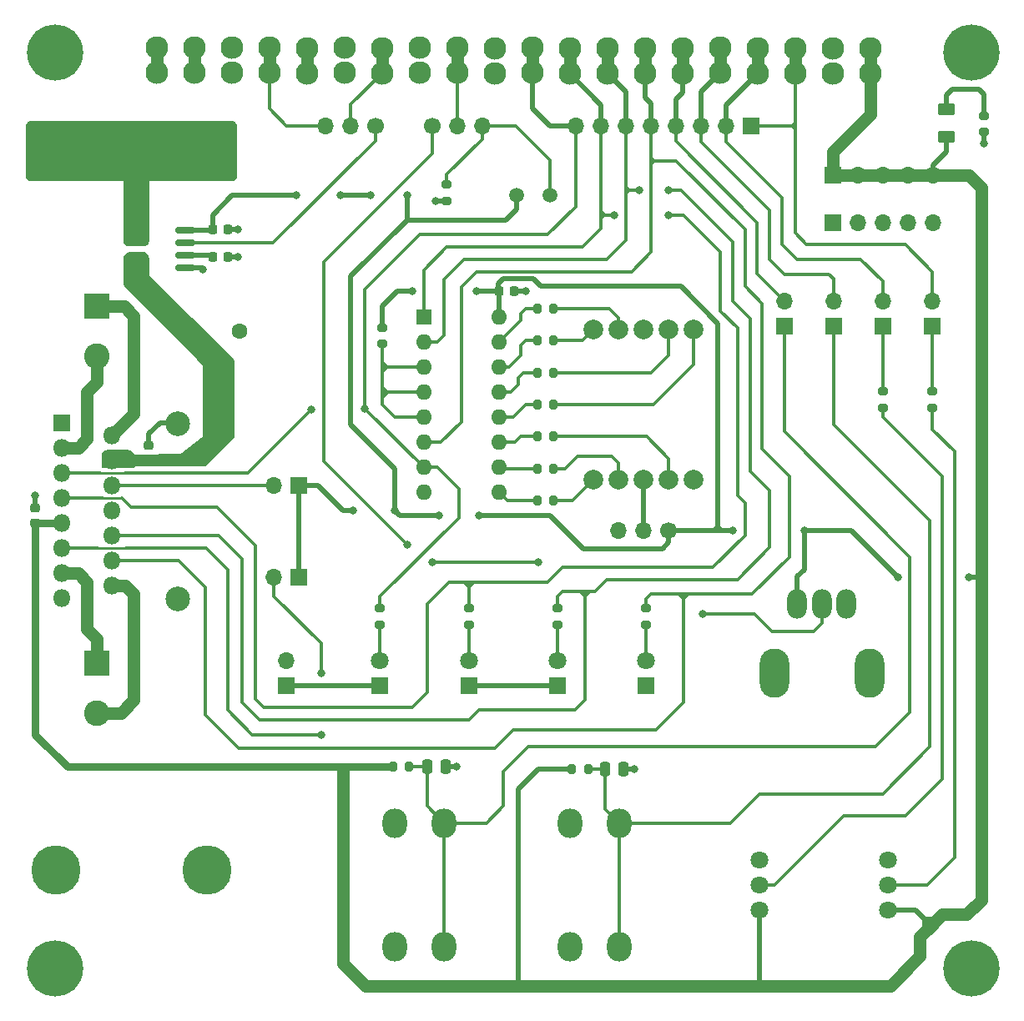
<source format=gbr>
%TF.GenerationSoftware,KiCad,Pcbnew,(6.0.6)*%
%TF.CreationDate,2022-09-15T12:52:00+02:00*%
%TF.ProjectId,myDAQExpansionBoard,6d794441-5145-4787-9061-6e73696f6e42,rev?*%
%TF.SameCoordinates,Original*%
%TF.FileFunction,Copper,L1,Top*%
%TF.FilePolarity,Positive*%
%FSLAX46Y46*%
G04 Gerber Fmt 4.6, Leading zero omitted, Abs format (unit mm)*
G04 Created by KiCad (PCBNEW (6.0.6)) date 2022-09-15 12:52:00*
%MOMM*%
%LPD*%
G01*
G04 APERTURE LIST*
G04 Aperture macros list*
%AMRoundRect*
0 Rectangle with rounded corners*
0 $1 Rounding radius*
0 $2 $3 $4 $5 $6 $7 $8 $9 X,Y pos of 4 corners*
0 Add a 4 corners polygon primitive as box body*
4,1,4,$2,$3,$4,$5,$6,$7,$8,$9,$2,$3,0*
0 Add four circle primitives for the rounded corners*
1,1,$1+$1,$2,$3*
1,1,$1+$1,$4,$5*
1,1,$1+$1,$6,$7*
1,1,$1+$1,$8,$9*
0 Add four rect primitives between the rounded corners*
20,1,$1+$1,$2,$3,$4,$5,0*
20,1,$1+$1,$4,$5,$6,$7,0*
20,1,$1+$1,$6,$7,$8,$9,0*
20,1,$1+$1,$8,$9,$2,$3,0*%
G04 Aperture macros list end*
%TA.AperFunction,ComponentPad*%
%ADD10R,1.800000X1.800000*%
%TD*%
%TA.AperFunction,ComponentPad*%
%ADD11C,1.800000*%
%TD*%
%TA.AperFunction,SMDPad,CuDef*%
%ADD12RoundRect,0.200000X-0.275000X0.200000X-0.275000X-0.200000X0.275000X-0.200000X0.275000X0.200000X0*%
%TD*%
%TA.AperFunction,SMDPad,CuDef*%
%ADD13RoundRect,0.200000X-0.200000X-0.275000X0.200000X-0.275000X0.200000X0.275000X-0.200000X0.275000X0*%
%TD*%
%TA.AperFunction,ComponentPad*%
%ADD14C,1.600000*%
%TD*%
%TA.AperFunction,ComponentPad*%
%ADD15C,5.700000*%
%TD*%
%TA.AperFunction,ComponentPad*%
%ADD16R,1.700000X1.700000*%
%TD*%
%TA.AperFunction,ComponentPad*%
%ADD17O,1.700000X1.700000*%
%TD*%
%TA.AperFunction,SMDPad,CuDef*%
%ADD18RoundRect,0.250000X-0.250000X-0.475000X0.250000X-0.475000X0.250000X0.475000X-0.250000X0.475000X0*%
%TD*%
%TA.AperFunction,SMDPad,CuDef*%
%ADD19RoundRect,0.225000X-0.225000X-0.250000X0.225000X-0.250000X0.225000X0.250000X-0.225000X0.250000X0*%
%TD*%
%TA.AperFunction,SMDPad,CuDef*%
%ADD20RoundRect,0.200000X0.275000X-0.200000X0.275000X0.200000X-0.275000X0.200000X-0.275000X-0.200000X0*%
%TD*%
%TA.AperFunction,SMDPad,CuDef*%
%ADD21RoundRect,0.225000X0.250000X-0.225000X0.250000X0.225000X-0.250000X0.225000X-0.250000X-0.225000X0*%
%TD*%
%TA.AperFunction,ComponentPad*%
%ADD22C,2.000000*%
%TD*%
%TA.AperFunction,ComponentPad*%
%ADD23C,1.700000*%
%TD*%
%TA.AperFunction,ComponentPad*%
%ADD24O,3.000000X5.000000*%
%TD*%
%TA.AperFunction,ComponentPad*%
%ADD25O,2.000000X3.000000*%
%TD*%
%TA.AperFunction,ComponentPad*%
%ADD26C,2.300000*%
%TD*%
%TA.AperFunction,ComponentPad*%
%ADD27O,1.800000X1.800000*%
%TD*%
%TA.AperFunction,ComponentPad*%
%ADD28C,2.500000*%
%TD*%
%TA.AperFunction,ComponentPad*%
%ADD29R,1.600000X1.600000*%
%TD*%
%TA.AperFunction,ComponentPad*%
%ADD30O,1.600000X1.600000*%
%TD*%
%TA.AperFunction,ComponentPad*%
%ADD31R,2.600000X2.600000*%
%TD*%
%TA.AperFunction,ComponentPad*%
%ADD32C,2.600000*%
%TD*%
%TA.AperFunction,ComponentPad*%
%ADD33C,5.000000*%
%TD*%
%TA.AperFunction,ComponentPad*%
%ADD34C,1.500000*%
%TD*%
%TA.AperFunction,ComponentPad*%
%ADD35O,2.500000X3.000000*%
%TD*%
%TA.AperFunction,SMDPad,CuDef*%
%ADD36RoundRect,0.250000X-0.625000X0.375000X-0.625000X-0.375000X0.625000X-0.375000X0.625000X0.375000X0*%
%TD*%
%TA.AperFunction,SMDPad,CuDef*%
%ADD37RoundRect,0.150000X-0.825000X-0.150000X0.825000X-0.150000X0.825000X0.150000X-0.825000X0.150000X0*%
%TD*%
%TA.AperFunction,ViaPad*%
%ADD38C,0.800000*%
%TD*%
%TA.AperFunction,Conductor*%
%ADD39C,0.508000*%
%TD*%
%TA.AperFunction,Conductor*%
%ADD40C,1.270000*%
%TD*%
%TA.AperFunction,Conductor*%
%ADD41C,0.762000*%
%TD*%
%TA.AperFunction,Conductor*%
%ADD42C,0.355600*%
%TD*%
%TA.AperFunction,Conductor*%
%ADD43C,0.254000*%
%TD*%
%TA.AperFunction,Conductor*%
%ADD44C,0.304800*%
%TD*%
G04 APERTURE END LIST*
D10*
%TO.P,D2,1,K*%
%TO.N,Net-(D1-Pad1)*%
X114737500Y-101512500D03*
D11*
%TO.P,D2,2,A*%
%TO.N,Net-(D2-Pad2)*%
X114737500Y-98972500D03*
%TD*%
D12*
%TO.P,R20,1*%
%TO.N,Net-(D14-Pad1)*%
X167000000Y-43675000D03*
%TO.P,R20,2*%
%TO.N,GND*%
X167000000Y-45325000D03*
%TD*%
D13*
%TO.P,R3,1*%
%TO.N,+5V*%
X107025000Y-109750000D03*
%TO.P,R3,2*%
%TO.N,Net-(CD1-Pad1)*%
X108675000Y-109750000D03*
%TD*%
D14*
%TO.P,C5,1*%
%TO.N,/IP-*%
X86500000Y-65545000D03*
%TO.P,C5,2*%
%TO.N,GND*%
X91500000Y-65545000D03*
%TD*%
D12*
%TO.P,R18,1*%
%TO.N,Net-(JP8-Pad3)*%
X112500000Y-50675000D03*
%TO.P,R18,2*%
%TO.N,GND*%
X112500000Y-52325000D03*
%TD*%
D13*
%TO.P,R8,1*%
%TO.N,Net-(R8-Pad1)*%
X121675000Y-69750000D03*
%TO.P,R8,2*%
%TO.N,Net-(R8-Pad2)*%
X123325000Y-69750000D03*
%TD*%
%TO.P,R11,1*%
%TO.N,Net-(R11-Pad1)*%
X121675000Y-76250000D03*
%TO.P,R11,2*%
%TO.N,Net-(R11-Pad2)*%
X123325000Y-76250000D03*
%TD*%
D15*
%TO.P,H1,1,1*%
%TO.N,unconnected-(H1-Pad1)*%
X72750000Y-37250000D03*
%TD*%
D16*
%TO.P,JP10,1,A*%
%TO.N,+5V*%
X97525000Y-90500000D03*
D17*
%TO.P,JP10,2,B*%
%TO.N,Net-(JP10-Pad2)*%
X94985000Y-90500000D03*
%TD*%
D13*
%TO.P,R10,1*%
%TO.N,Net-(R10-Pad1)*%
X121675000Y-73000000D03*
%TO.P,R10,2*%
%TO.N,Net-(R10-Pad2)*%
X123325000Y-73000000D03*
%TD*%
D18*
%TO.P,CD1,1*%
%TO.N,Net-(CD1-Pad1)*%
X110500000Y-109750000D03*
%TO.P,CD1,2*%
%TO.N,GND*%
X112400000Y-109750000D03*
%TD*%
D19*
%TO.P,C3,1*%
%TO.N,+5V*%
X88750000Y-55250000D03*
%TO.P,C3,2*%
%TO.N,GND*%
X90300000Y-55250000D03*
%TD*%
D20*
%TO.P,R2,1*%
%TO.N,Net-(R2-Pad1)*%
X156750000Y-73325000D03*
%TO.P,R2,2*%
%TO.N,Net-(JP1-Pad1)*%
X156750000Y-71675000D03*
%TD*%
D12*
%TO.P,R6,1*%
%TO.N,Net-(JP4-Pad1)*%
X161750000Y-71675000D03*
%TO.P,R6,2*%
%TO.N,Net-(R6-Pad2)*%
X161750000Y-73325000D03*
%TD*%
D21*
%TO.P,C2,1*%
%TO.N,+5V*%
X70750000Y-85025000D03*
%TO.P,C2,2*%
%TO.N,GND*%
X70750000Y-83475000D03*
%TD*%
D22*
%TO.P,U2,1,E*%
%TO.N,Net-(R14-Pad2)*%
X127380000Y-80620000D03*
%TO.P,U2,2,D*%
%TO.N,Net-(R13-Pad2)*%
X129920000Y-80620000D03*
%TO.P,U2,3,CA/CC*%
%TO.N,Net-(JP6-Pad2)*%
X132460000Y-80620000D03*
%TO.P,U2,4,C*%
%TO.N,Net-(R11-Pad2)*%
X135000000Y-80620000D03*
%TO.P,U2,5,DP*%
%TO.N,unconnected-(U2-Pad5)*%
X137540000Y-80620000D03*
%TO.P,U2,6,B*%
%TO.N,Net-(R10-Pad2)*%
X137540000Y-65380000D03*
%TO.P,U2,7,A*%
%TO.N,Net-(R8-Pad2)*%
X135000000Y-65380000D03*
%TO.P,U2,8,CA/CC*%
%TO.N,unconnected-(U2-Pad8)*%
X132460000Y-65380000D03*
%TO.P,U2,9,F*%
%TO.N,Net-(R15-Pad2)*%
X129920000Y-65380000D03*
%TO.P,U2,10,G*%
%TO.N,Net-(R16-Pad2)*%
X127380000Y-65380000D03*
%TD*%
D15*
%TO.P,H4,1,1*%
%TO.N,unconnected-(H4-Pad1)*%
X72750000Y-130250000D03*
%TD*%
D12*
%TO.P,R12,1*%
%TO.N,+5V*%
X105960000Y-65175000D03*
%TO.P,R12,2*%
%TO.N,Net-(R12-Pad2)*%
X105960000Y-66825000D03*
%TD*%
D23*
%TO.P,JP8,1,A*%
%TO.N,Net-(JP8-Pad1)*%
X111000000Y-44750000D03*
D17*
%TO.P,JP8,2,C*%
%TO.N,AI1+*%
X113540000Y-44750000D03*
%TO.P,JP8,3,B*%
%TO.N,Net-(JP8-Pad3)*%
X116080000Y-44750000D03*
%TD*%
D24*
%TO.P,RV1,*%
%TO.N,*%
X155360500Y-100237500D03*
X145760500Y-100237500D03*
D25*
%TO.P,RV1,1,1*%
%TO.N,GND*%
X153060500Y-93237500D03*
%TO.P,RV1,2,2*%
%TO.N,Net-(JP8-Pad1)*%
X150560500Y-93237500D03*
%TO.P,RV1,3,3*%
%TO.N,+5V*%
X148060500Y-93237500D03*
%TD*%
D16*
%TO.P,JP5,1,A*%
%TO.N,Net-(D1-Pad1)*%
X96250000Y-101525000D03*
D17*
%TO.P,JP5,2,B*%
%TO.N,GND*%
X96250000Y-98985000D03*
%TD*%
D16*
%TO.P,JP4,1,A*%
%TO.N,Net-(JP4-Pad1)*%
X161750000Y-65000000D03*
D17*
%TO.P,JP4,2,B*%
%TO.N,DIO7*%
X161750000Y-62460000D03*
%TD*%
D16*
%TO.P,JP9,1,A*%
%TO.N,+5V*%
X97525000Y-81205000D03*
D17*
%TO.P,JP9,2,B*%
%TO.N,Net-(JP9-Pad2)*%
X94985000Y-81205000D03*
%TD*%
D16*
%TO.P,J3,1,Pin_1*%
%TO.N,DIO7*%
X143375000Y-44750000D03*
D17*
%TO.P,J3,2,Pin_2*%
%TO.N,DIO6*%
X140835000Y-44750000D03*
%TO.P,J3,3,Pin_3*%
%TO.N,DIO5*%
X138295000Y-44750000D03*
%TO.P,J3,4,Pin_4*%
%TO.N,DIO4*%
X135755000Y-44750000D03*
%TO.P,J3,5,Pin_5*%
%TO.N,DIO3*%
X133215000Y-44750000D03*
%TO.P,J3,6,Pin_6*%
%TO.N,DIO2*%
X130675000Y-44750000D03*
%TO.P,J3,7,Pin_7*%
%TO.N,DIO1*%
X128135000Y-44750000D03*
%TO.P,J3,8,Pin_8*%
%TO.N,DIO0*%
X125595000Y-44750000D03*
%TD*%
D16*
%TO.P,J2,1,Pin_1*%
%TO.N,GND*%
X151675000Y-54500000D03*
D17*
%TO.P,J2,2,Pin_2*%
X154215000Y-54500000D03*
%TO.P,J2,3,Pin_3*%
X156755000Y-54500000D03*
%TO.P,J2,4,Pin_4*%
X159295000Y-54500000D03*
%TO.P,J2,5,Pin_5*%
X161835000Y-54500000D03*
%TD*%
D21*
%TO.P,C4,1*%
%TO.N,/IP-*%
X82250000Y-78675000D03*
%TO.P,C4,2*%
%TO.N,GND*%
X82250000Y-77125000D03*
%TD*%
D12*
%TO.P,R7,1*%
%TO.N,DIO2*%
X123737500Y-93662500D03*
%TO.P,R7,2*%
%TO.N,Net-(D3-Pad2)*%
X123737500Y-95312500D03*
%TD*%
D26*
%TO.P,J4,1,Pin_1*%
%TO.N,unconnected-(J4-Pad1)*%
X83055000Y-36800000D03*
X83055000Y-39340000D03*
%TO.P,J4,2,Pin_2*%
%TO.N,unconnected-(J4-Pad2)*%
X86865000Y-36760000D03*
X86865000Y-39300000D03*
%TO.P,J4,3,Pin_3*%
%TO.N,GND*%
X90675000Y-39340000D03*
X90675000Y-36800000D03*
%TO.P,J4,4,Pin_4*%
%TO.N,AO0*%
X94485000Y-36760000D03*
X94485000Y-39300000D03*
%TO.P,J4,5,Pin_5*%
%TO.N,unconnected-(J4-Pad5)*%
X98295000Y-36840000D03*
X98295000Y-39380000D03*
%TO.P,J4,6,Pin_6*%
%TO.N,GND*%
X102105000Y-36800000D03*
X102105000Y-39340000D03*
%TO.P,J4,7,Pin_7*%
%TO.N,AI0+*%
X105915000Y-39380000D03*
X105915000Y-36840000D03*
%TO.P,J4,8,Pin_8*%
%TO.N,GND*%
X109725000Y-36800000D03*
X109725000Y-39340000D03*
%TO.P,J4,9,Pin_9*%
%TO.N,AI1+*%
X113535000Y-36800000D03*
X113535000Y-39340000D03*
%TO.P,J4,10,Pin_10*%
%TO.N,GND*%
X117345000Y-36840000D03*
X117345000Y-39380000D03*
%TO.P,J4,11,Pin_11*%
%TO.N,DIO0*%
X121155000Y-36800000D03*
X121155000Y-39340000D03*
%TO.P,J4,12,Pin_12*%
%TO.N,DIO1*%
X124965000Y-39420000D03*
X124965000Y-36880000D03*
%TO.P,J4,13,Pin_13*%
%TO.N,DIO2*%
X128775000Y-36840000D03*
X128775000Y-39380000D03*
%TO.P,J4,14,Pin_14*%
%TO.N,DIO3*%
X132585000Y-39420000D03*
X132585000Y-36880000D03*
%TO.P,J4,15,Pin_15*%
%TO.N,DIO4*%
X136395000Y-39380000D03*
X136395000Y-36840000D03*
%TO.P,J4,16,Pin_16*%
%TO.N,DIO5*%
X140205000Y-39340000D03*
X140205000Y-36800000D03*
%TO.P,J4,17,Pin_17*%
%TO.N,DIO6*%
X144015000Y-36880000D03*
X144015000Y-39420000D03*
%TO.P,J4,18,Pin_18*%
%TO.N,DIO7*%
X147825000Y-39380000D03*
X147825000Y-36840000D03*
%TO.P,J4,19,Pin_19*%
%TO.N,GND*%
X151635000Y-36880000D03*
X151635000Y-39420000D03*
%TO.P,J4,20,Pin_20*%
%TO.N,+5V*%
X155445000Y-39380000D03*
X155445000Y-36840000D03*
%TD*%
D10*
%TO.P,U4,1,SENSE_A*%
%TO.N,GND*%
X73440000Y-74855000D03*
D27*
%TO.P,U4,2,OUT1*%
%TO.N,/OUT1*%
X78520000Y-76125000D03*
%TO.P,U4,3,OUT2*%
%TO.N,/OUT2*%
X73440000Y-77395000D03*
%TO.P,U4,4,Vs*%
%TO.N,/IP-*%
X78520000Y-78665000D03*
%TO.P,U4,5,IN1*%
%TO.N,DIO0*%
X73440000Y-79935000D03*
%TO.P,U4,6,EnA*%
%TO.N,Net-(JP9-Pad2)*%
X78520000Y-81205000D03*
%TO.P,U4,7,IN2*%
%TO.N,DIO1*%
X73440000Y-82475000D03*
%TO.P,U4,8,GND*%
%TO.N,GND*%
X78520000Y-83745000D03*
D28*
X85190000Y-92755000D03*
X85190000Y-74955000D03*
D27*
%TO.P,U4,9,Vss*%
%TO.N,+5V*%
X73440000Y-85015000D03*
%TO.P,U4,10,IN3*%
%TO.N,DIO2*%
X78520000Y-86285000D03*
%TO.P,U4,11,EnB*%
%TO.N,Net-(JP10-Pad2)*%
X73440000Y-87555000D03*
%TO.P,U4,12,IN4*%
%TO.N,DIO3*%
X78520000Y-88825000D03*
%TO.P,U4,13,OUT3*%
%TO.N,/OUT3*%
X73440000Y-90095000D03*
%TO.P,U4,14,OUT4*%
%TO.N,/OUT4*%
X78520000Y-91365000D03*
%TO.P,U4,15,SENSE_B*%
%TO.N,GND*%
X73440000Y-92635000D03*
%TD*%
D23*
%TO.P,JP7,1,A*%
%TO.N,Net-(JP7-Pad1)*%
X105275000Y-44750000D03*
D17*
%TO.P,JP7,2,C*%
%TO.N,AI0+*%
X102735000Y-44750000D03*
%TO.P,JP7,3,B*%
%TO.N,AO0*%
X100195000Y-44750000D03*
%TD*%
D12*
%TO.P,R5,1*%
%TO.N,DIO1*%
X114737500Y-93662500D03*
%TO.P,R5,2*%
%TO.N,Net-(D2-Pad2)*%
X114737500Y-95312500D03*
%TD*%
D10*
%TO.P,D3,1,K*%
%TO.N,Net-(D1-Pad1)*%
X123737500Y-101512500D03*
D11*
%TO.P,D3,2,A*%
%TO.N,Net-(D3-Pad2)*%
X123737500Y-98972500D03*
%TD*%
D29*
%TO.P,U1,1,B*%
%TO.N,DIO1*%
X110160000Y-64125000D03*
D30*
%TO.P,U1,2,C*%
%TO.N,DIO2*%
X110160000Y-66665000D03*
%TO.P,U1,3,LT*%
%TO.N,Net-(R12-Pad2)*%
X110160000Y-69205000D03*
%TO.P,U1,4,BI*%
X110160000Y-71745000D03*
%TO.P,U1,5,RBI*%
X110160000Y-74285000D03*
%TO.P,U1,6,D*%
%TO.N,DIO3*%
X110160000Y-76825000D03*
%TO.P,U1,7,A*%
%TO.N,DIO0*%
X110160000Y-79365000D03*
%TO.P,U1,8,GND*%
%TO.N,GND*%
X110160000Y-81905000D03*
%TO.P,U1,9,e*%
%TO.N,Net-(R14-Pad1)*%
X117780000Y-81905000D03*
%TO.P,U1,10,d*%
%TO.N,Net-(R13-Pad1)*%
X117780000Y-79365000D03*
%TO.P,U1,11,c*%
%TO.N,Net-(R11-Pad1)*%
X117780000Y-76825000D03*
%TO.P,U1,12,b*%
%TO.N,Net-(R10-Pad1)*%
X117780000Y-74285000D03*
%TO.P,U1,13,a*%
%TO.N,Net-(R8-Pad1)*%
X117780000Y-71745000D03*
%TO.P,U1,14,g*%
%TO.N,Net-(R16-Pad1)*%
X117780000Y-69205000D03*
%TO.P,U1,15,f*%
%TO.N,Net-(R15-Pad1)*%
X117780000Y-66665000D03*
%TO.P,U1,16,VCC*%
%TO.N,+5V*%
X117780000Y-64125000D03*
%TD*%
D31*
%TO.P,J6,1,Pin_1*%
%TO.N,/OUT3*%
X77000000Y-99250000D03*
D32*
%TO.P,J6,2,Pin_2*%
%TO.N,/OUT4*%
X77000000Y-104330000D03*
%TD*%
D19*
%TO.P,C6,1*%
%TO.N,Net-(C6-Pad1)*%
X88750000Y-58000000D03*
%TO.P,C6,2*%
%TO.N,GND*%
X90300000Y-58000000D03*
%TD*%
D12*
%TO.P,R9,1*%
%TO.N,DIO3*%
X132737500Y-93662500D03*
%TO.P,R9,2*%
%TO.N,Net-(D4-Pad2)*%
X132737500Y-95312500D03*
%TD*%
D18*
%TO.P,CD2,1*%
%TO.N,Net-(CD2-Pad1)*%
X128550000Y-110000000D03*
%TO.P,CD2,2*%
%TO.N,GND*%
X130450000Y-110000000D03*
%TD*%
D12*
%TO.P,R1,1*%
%TO.N,DIO0*%
X105737500Y-93662500D03*
%TO.P,R1,2*%
%TO.N,Net-(D1-Pad2)*%
X105737500Y-95312500D03*
%TD*%
D16*
%TO.P,JP1,1,A*%
%TO.N,Net-(JP1-Pad1)*%
X156750000Y-65025000D03*
D17*
%TO.P,JP1,2,B*%
%TO.N,DIO6*%
X156750000Y-62485000D03*
%TD*%
D33*
%TO.P,J8,1,Pin_1*%
%TO.N,GND*%
X72850000Y-120250000D03*
X88150000Y-120250000D03*
%TD*%
D34*
%TO.P,R17,1*%
%TO.N,+5V*%
X119550000Y-51750000D03*
%TO.P,R17,2*%
%TO.N,Net-(JP8-Pad3)*%
X122950000Y-51750000D03*
%TD*%
D35*
%TO.P,SW4,1,1*%
%TO.N,Net-(CD2-Pad1)*%
X130000000Y-115500000D03*
X130000000Y-128000000D03*
%TO.P,SW4,2,2*%
%TO.N,GND*%
X125000000Y-128000000D03*
X125000000Y-115500000D03*
%TD*%
D10*
%TO.P,D1,1,K*%
%TO.N,Net-(D1-Pad1)*%
X105737500Y-101512500D03*
D11*
%TO.P,D1,2,A*%
%TO.N,Net-(D1-Pad2)*%
X105737500Y-98972500D03*
%TD*%
D13*
%TO.P,R15,1*%
%TO.N,Net-(R15-Pad1)*%
X121675000Y-63250000D03*
%TO.P,R15,2*%
%TO.N,Net-(R15-Pad2)*%
X123325000Y-63250000D03*
%TD*%
D23*
%TO.P,JP6,1,A*%
%TO.N,+5V*%
X135010000Y-85750000D03*
D17*
%TO.P,JP6,2,C*%
%TO.N,Net-(JP6-Pad2)*%
X132470000Y-85750000D03*
%TO.P,JP6,3,B*%
%TO.N,GND*%
X129930000Y-85750000D03*
%TD*%
D13*
%TO.P,R13,1*%
%TO.N,Net-(R13-Pad1)*%
X121675000Y-79500000D03*
%TO.P,R13,2*%
%TO.N,Net-(R13-Pad2)*%
X123325000Y-79500000D03*
%TD*%
D15*
%TO.P,H3,1,1*%
%TO.N,unconnected-(H3-Pad1)*%
X165750000Y-130250000D03*
%TD*%
D11*
%TO.P,SW1,1,A*%
%TO.N,+5V*%
X144250000Y-124290000D03*
%TO.P,SW1,2,B*%
%TO.N,Net-(R2-Pad1)*%
X144250000Y-121750000D03*
%TO.P,SW1,3,C*%
%TO.N,GND*%
X144250000Y-119210000D03*
%TD*%
D33*
%TO.P,J7,1,Pin_1*%
%TO.N,VDD*%
X88150000Y-47250000D03*
X72850000Y-47250000D03*
%TD*%
D11*
%TO.P,SW2,1,A*%
%TO.N,+5V*%
X157250000Y-124290000D03*
%TO.P,SW2,2,B*%
%TO.N,Net-(R6-Pad2)*%
X157250000Y-121750000D03*
%TO.P,SW2,3,C*%
%TO.N,GND*%
X157250000Y-119210000D03*
%TD*%
D16*
%TO.P,JP2,1,A*%
%TO.N,Net-(CD1-Pad1)*%
X146750000Y-65025000D03*
D17*
%TO.P,JP2,2,B*%
%TO.N,DIO4*%
X146750000Y-62485000D03*
%TD*%
D36*
%TO.P,D14,1,K*%
%TO.N,Net-(D14-Pad1)*%
X163150000Y-43050000D03*
%TO.P,D14,2,A*%
%TO.N,+5V*%
X163150000Y-45850000D03*
%TD*%
D16*
%TO.P,JP3,1,A*%
%TO.N,Net-(CD2-Pad1)*%
X151750000Y-65025000D03*
D17*
%TO.P,JP3,2,B*%
%TO.N,DIO5*%
X151750000Y-62485000D03*
%TD*%
D35*
%TO.P,SW3,1,1*%
%TO.N,Net-(CD1-Pad1)*%
X112250000Y-128000000D03*
X112250000Y-115500000D03*
%TO.P,SW3,2,2*%
%TO.N,GND*%
X107250000Y-128000000D03*
X107250000Y-115500000D03*
%TD*%
D13*
%TO.P,R4,1*%
%TO.N,+5V*%
X125175000Y-110000000D03*
%TO.P,R4,2*%
%TO.N,Net-(CD2-Pad1)*%
X126825000Y-110000000D03*
%TD*%
D10*
%TO.P,D4,1,K*%
%TO.N,Net-(D1-Pad1)*%
X132737500Y-101512500D03*
D11*
%TO.P,D4,2,A*%
%TO.N,Net-(D4-Pad2)*%
X132737500Y-98972500D03*
%TD*%
D31*
%TO.P,J5,1,Pin_1*%
%TO.N,/OUT1*%
X77000000Y-63000000D03*
D32*
%TO.P,J5,2,Pin_2*%
%TO.N,/OUT2*%
X77000000Y-68080000D03*
%TD*%
D19*
%TO.P,C1,1*%
%TO.N,+5V*%
X117780000Y-61500000D03*
%TO.P,C1,2*%
%TO.N,GND*%
X119330000Y-61500000D03*
%TD*%
D16*
%TO.P,J1,1,Pin_1*%
%TO.N,+5V*%
X151675000Y-49750000D03*
D17*
%TO.P,J1,2,Pin_2*%
X154215000Y-49750000D03*
%TO.P,J1,3,Pin_3*%
X156755000Y-49750000D03*
%TO.P,J1,4,Pin_4*%
X159295000Y-49750000D03*
%TO.P,J1,5,Pin_5*%
X161835000Y-49750000D03*
%TD*%
D15*
%TO.P,H2,1,1*%
%TO.N,unconnected-(H2-Pad1)*%
X165750000Y-37250000D03*
%TD*%
D37*
%TO.P,U3,1,IP+*%
%TO.N,VDD*%
X81050000Y-55345000D03*
%TO.P,U3,2,IP+*%
X81050000Y-56615000D03*
%TO.P,U3,3,IP-*%
%TO.N,/IP-*%
X81050000Y-57885000D03*
%TO.P,U3,4,IP-*%
X81050000Y-59155000D03*
%TO.P,U3,5,GND*%
%TO.N,GND*%
X86000000Y-59155000D03*
%TO.P,U3,6,FILTER*%
%TO.N,Net-(C6-Pad1)*%
X86000000Y-57885000D03*
%TO.P,U3,7,VIOUT*%
%TO.N,Net-(JP7-Pad1)*%
X86000000Y-56615000D03*
%TO.P,U3,8,VCC*%
%TO.N,+5V*%
X86000000Y-55345000D03*
%TD*%
D13*
%TO.P,R16,1*%
%TO.N,Net-(R16-Pad1)*%
X121675000Y-66500000D03*
%TO.P,R16,2*%
%TO.N,Net-(R16-Pad2)*%
X123325000Y-66500000D03*
%TD*%
%TO.P,R14,1*%
%TO.N,Net-(R14-Pad1)*%
X121675000Y-82750000D03*
%TO.P,R14,2*%
%TO.N,Net-(R14-Pad2)*%
X123325000Y-82750000D03*
%TD*%
D38*
%TO.N,+5V*%
X111750000Y-84250000D03*
X115500000Y-61500000D03*
X141500000Y-85750000D03*
X158250000Y-90500000D03*
X101750000Y-51750000D03*
X109000000Y-61500000D03*
X103000000Y-83750000D03*
X148750000Y-85750000D03*
X107250000Y-83750000D03*
X108500000Y-51750000D03*
X97250000Y-51750000D03*
X104750000Y-51750000D03*
X165500000Y-90500000D03*
X115750000Y-84250000D03*
%TO.N,GND*%
X167000000Y-46500000D03*
X113500000Y-109750000D03*
X131500000Y-110000000D03*
X87775000Y-59250000D03*
X91275000Y-58000000D03*
X111400000Y-52300000D03*
X91275000Y-55250000D03*
X120500000Y-61500000D03*
X70750000Y-82250000D03*
%TO.N,DIO0*%
X104210000Y-73415000D03*
X98750000Y-73500000D03*
%TO.N,DIO1*%
X135000000Y-53750000D03*
X129500000Y-53750000D03*
%TO.N,DIO2*%
X132000000Y-51250000D03*
X135000000Y-51250000D03*
%TO.N,Net-(JP8-Pad1)*%
X108500000Y-87250000D03*
X138500000Y-94250000D03*
X111000000Y-89000000D03*
X121750000Y-89000000D03*
%TO.N,Net-(JP10-Pad2)*%
X99750000Y-100250000D03*
X99750000Y-106500000D03*
%TD*%
D39*
%TO.N,+5V*%
X140000000Y-64750000D02*
X140000000Y-85250000D01*
D40*
X119750000Y-132000000D02*
X104250000Y-132000000D01*
D39*
X105960000Y-65175000D02*
X105960000Y-63040000D01*
X144250000Y-124290000D02*
X144250000Y-132000000D01*
D41*
X70750000Y-85025000D02*
X70750000Y-106500000D01*
D39*
X107250000Y-79500000D02*
X107250000Y-83750000D01*
X88750000Y-53750000D02*
X90750000Y-51750000D01*
X119550000Y-53200000D02*
X118500000Y-54250000D01*
D40*
X165500000Y-49750000D02*
X166750000Y-51000000D01*
D42*
X160875000Y-125125000D02*
X161625000Y-125125000D01*
D39*
X141500000Y-85750000D02*
X140500000Y-85750000D01*
D40*
X144250000Y-132000000D02*
X119750000Y-132000000D01*
D39*
X140000000Y-85250000D02*
X140000000Y-85750000D01*
X90750000Y-51750000D02*
X97250000Y-51750000D01*
D42*
X140000000Y-85250000D02*
X140500000Y-85750000D01*
D40*
X155445000Y-36840000D02*
X155445000Y-39380000D01*
X166750000Y-123250000D02*
X165250000Y-124750000D01*
D39*
X118500000Y-54250000D02*
X108500000Y-54250000D01*
X135010000Y-86990000D02*
X134375000Y-87625000D01*
X111750000Y-84250000D02*
X107750000Y-84250000D01*
X117780000Y-61500000D02*
X115500000Y-61500000D01*
X101750000Y-51750000D02*
X104750000Y-51750000D01*
X117780000Y-61500000D02*
X117780000Y-64125000D01*
D40*
X104250000Y-132000000D02*
X102000000Y-129750000D01*
D39*
X115750000Y-84250000D02*
X123000000Y-84250000D01*
D40*
X160500000Y-127000000D02*
X160500000Y-129000000D01*
D39*
X160875000Y-125125000D02*
X161625000Y-125875000D01*
X102750000Y-63750000D02*
X102750000Y-75000000D01*
X117750000Y-60750000D02*
X118250000Y-60250000D01*
D40*
X162750000Y-124750000D02*
X162000000Y-125500000D01*
D39*
X121250000Y-60250000D02*
X122000000Y-61000000D01*
D40*
X165250000Y-124750000D02*
X162750000Y-124750000D01*
D39*
X102750000Y-75000000D02*
X106750000Y-79000000D01*
X136250000Y-61000000D02*
X140000000Y-64750000D01*
X88655000Y-55345000D02*
X88750000Y-55250000D01*
X107750000Y-84250000D02*
X107250000Y-83750000D01*
X105960000Y-63040000D02*
X107500000Y-61500000D01*
X135010000Y-85750000D02*
X138500000Y-85750000D01*
X148750000Y-85750000D02*
X148750000Y-89750000D01*
X135010000Y-85750000D02*
X135010000Y-86990000D01*
D40*
X151675000Y-49750000D02*
X151675000Y-47325000D01*
D42*
X140000000Y-85250000D02*
X139500000Y-85750000D01*
X160875000Y-125125000D02*
X160875000Y-126625000D01*
D41*
X70750000Y-85025000D02*
X73430000Y-85025000D01*
D39*
X163150000Y-47350000D02*
X161835000Y-48665000D01*
X139500000Y-85750000D02*
X138500000Y-85750000D01*
X102000000Y-83750000D02*
X99455000Y-81205000D01*
X140000000Y-85750000D02*
X139500000Y-85750000D01*
X99455000Y-81205000D02*
X97525000Y-81205000D01*
D41*
X74000000Y-109750000D02*
X102000000Y-109750000D01*
D39*
X119750000Y-112000000D02*
X119750000Y-132000000D01*
X157250000Y-124290000D02*
X160040000Y-124290000D01*
D41*
X73430000Y-85025000D02*
X73440000Y-85015000D01*
D39*
X103000000Y-83750000D02*
X102000000Y-83750000D01*
X125175000Y-110000000D02*
X121750000Y-110000000D01*
D40*
X166750000Y-99500000D02*
X166750000Y-123250000D01*
X102000000Y-129750000D02*
X102000000Y-110250000D01*
D39*
X122000000Y-61000000D02*
X136250000Y-61000000D01*
X107500000Y-61500000D02*
X109000000Y-61500000D01*
D40*
X160875000Y-126625000D02*
X160500000Y-127000000D01*
D39*
X153500000Y-85750000D02*
X148750000Y-85750000D01*
X119550000Y-51750000D02*
X119550000Y-53200000D01*
X97525000Y-81205000D02*
X97525000Y-90500000D01*
X148060500Y-93237500D02*
X148060500Y-90439500D01*
X88750000Y-55250000D02*
X88750000Y-53750000D01*
X117750000Y-61470000D02*
X117750000Y-60750000D01*
D40*
X161835000Y-49750000D02*
X151675000Y-49750000D01*
D39*
X163150000Y-45850000D02*
X163150000Y-47350000D01*
D40*
X164850000Y-49750000D02*
X165500000Y-49750000D01*
D39*
X158250000Y-90500000D02*
X153500000Y-85750000D01*
X121750000Y-110000000D02*
X119750000Y-112000000D01*
D41*
X70750000Y-106500000D02*
X74000000Y-109750000D01*
D40*
X160500000Y-129000000D02*
X157500000Y-132000000D01*
D39*
X102750000Y-60000000D02*
X102750000Y-63750000D01*
D40*
X151675000Y-47325000D02*
X155445000Y-43555000D01*
D39*
X118250000Y-60250000D02*
X121250000Y-60250000D01*
X161835000Y-48665000D02*
X161835000Y-49750000D01*
D40*
X166750000Y-90500000D02*
X166750000Y-99500000D01*
D41*
X107025000Y-109750000D02*
X102000000Y-109750000D01*
D42*
X161625000Y-125125000D02*
X162000000Y-125500000D01*
D39*
X108500000Y-54250000D02*
X102750000Y-60000000D01*
D40*
X161835000Y-49750000D02*
X164850000Y-49750000D01*
X157500000Y-132000000D02*
X144250000Y-132000000D01*
D39*
X140500000Y-85750000D02*
X140000000Y-85750000D01*
D40*
X166750000Y-51000000D02*
X166750000Y-90500000D01*
D39*
X86000000Y-55345000D02*
X88655000Y-55345000D01*
X117780000Y-61500000D02*
X117750000Y-61470000D01*
X123000000Y-84250000D02*
X126375000Y-87625000D01*
X106750000Y-79000000D02*
X107250000Y-79500000D01*
D40*
X162000000Y-125500000D02*
X161625000Y-125875000D01*
D39*
X160040000Y-124290000D02*
X160875000Y-125125000D01*
D40*
X155445000Y-43555000D02*
X155445000Y-39380000D01*
D39*
X108500000Y-51750000D02*
X108500000Y-54250000D01*
X148750000Y-89750000D02*
X148060500Y-90439500D01*
X126375000Y-87625000D02*
X134375000Y-87625000D01*
D40*
X161625000Y-125875000D02*
X160875000Y-126625000D01*
D39*
X166750000Y-90500000D02*
X165500000Y-90500000D01*
%TO.N,GND*%
X130450000Y-110000000D02*
X131500000Y-110000000D01*
X86000000Y-59155000D02*
X87680000Y-59155000D01*
X82250000Y-77125000D02*
X82250000Y-76000000D01*
X119330000Y-61500000D02*
X120500000Y-61500000D01*
X111425000Y-52325000D02*
X111400000Y-52300000D01*
X82250000Y-76000000D02*
X83395000Y-74855000D01*
X167000000Y-45325000D02*
X167000000Y-46500000D01*
X90300000Y-55250000D02*
X91275000Y-55250000D01*
X83395000Y-74855000D02*
X84190000Y-74855000D01*
X70750000Y-83475000D02*
X70750000Y-82250000D01*
X112400000Y-109750000D02*
X113500000Y-109750000D01*
X87680000Y-59155000D02*
X87775000Y-59250000D01*
X90300000Y-58000000D02*
X91275000Y-58000000D01*
X112500000Y-52325000D02*
X111425000Y-52325000D01*
%TO.N,Net-(C6-Pad1)*%
X86000000Y-57885000D02*
X88635000Y-57885000D01*
X88635000Y-57885000D02*
X88750000Y-58000000D01*
%TO.N,DIO4*%
X136395000Y-41355000D02*
X135755000Y-41995000D01*
X136395000Y-39380000D02*
X136395000Y-41355000D01*
D40*
X136395000Y-36840000D02*
X136395000Y-39380000D01*
D39*
X135755000Y-41995000D02*
X135755000Y-44750000D01*
D42*
X144000000Y-59735000D02*
X144000000Y-54500000D01*
X135755000Y-46255000D02*
X135755000Y-44750000D01*
X146750000Y-62485000D02*
X144000000Y-59735000D01*
X144000000Y-54500000D02*
X135755000Y-46255000D01*
%TO.N,DIO5*%
X138295000Y-46295000D02*
X145250000Y-53250000D01*
D40*
X140205000Y-36800000D02*
X140205000Y-39340000D01*
D39*
X138295000Y-44750000D02*
X138295000Y-41250000D01*
D42*
X138295000Y-44750000D02*
X138295000Y-46295000D01*
X146750000Y-59750000D02*
X151250000Y-59750000D01*
X145250000Y-53250000D02*
X145250000Y-58250000D01*
X151250000Y-59750000D02*
X151750000Y-60250000D01*
X145250000Y-58250000D02*
X146750000Y-59750000D01*
X151750000Y-60250000D02*
X151750000Y-62485000D01*
D39*
X138295000Y-41250000D02*
X140205000Y-39340000D01*
%TO.N,Net-(D1-Pad1)*%
X105737500Y-101512500D02*
X96262500Y-101512500D01*
X123737500Y-101512500D02*
X114737500Y-101512500D01*
X96262500Y-101512500D02*
X96250000Y-101525000D01*
D42*
%TO.N,DIO0*%
X111575000Y-79365000D02*
X110160000Y-79365000D01*
X113750000Y-84500000D02*
X113750000Y-81540000D01*
D39*
X123000000Y-44750000D02*
X121155000Y-42905000D01*
D42*
X113750000Y-81540000D02*
X111575000Y-79365000D01*
D40*
X121155000Y-36800000D02*
X121155000Y-39340000D01*
D42*
X104210000Y-61290000D02*
X109750000Y-55750000D01*
X104210000Y-73415000D02*
X104210000Y-61290000D01*
X98750000Y-73500000D02*
X92315000Y-79935000D01*
D43*
X77335000Y-79935000D02*
X79835000Y-79935000D01*
D42*
X109750000Y-55750000D02*
X122750000Y-55750000D01*
X92315000Y-79935000D02*
X79835000Y-79935000D01*
X73440000Y-79935000D02*
X77335000Y-79935000D01*
X125595000Y-52905000D02*
X125595000Y-44750000D01*
D39*
X125595000Y-44750000D02*
X123000000Y-44750000D01*
D42*
X105737500Y-93662500D02*
X105737500Y-92512500D01*
X105737500Y-92512500D02*
X113750000Y-84500000D01*
X122750000Y-55750000D02*
X125595000Y-52905000D01*
X110160000Y-79365000D02*
X104210000Y-73415000D01*
D39*
X121155000Y-42905000D02*
X121155000Y-39340000D01*
%TO.N,DIO1*%
X128135000Y-42590000D02*
X124965000Y-39420000D01*
D42*
X114250000Y-91000000D02*
X112750000Y-91000000D01*
X114762500Y-91487500D02*
X114737500Y-91487500D01*
X142750000Y-83000000D02*
X142750000Y-86250000D01*
X109000000Y-103750000D02*
X93950000Y-103750000D01*
X110160000Y-59340000D02*
X110160000Y-64125000D01*
X128135000Y-53635000D02*
X128135000Y-54115000D01*
X136500000Y-53750000D02*
X140250000Y-57500000D01*
X135000000Y-53750000D02*
X136500000Y-53750000D01*
D40*
X124965000Y-36880000D02*
X124965000Y-39420000D01*
D42*
X142750000Y-86250000D02*
X139500000Y-89500000D01*
X128135000Y-53385000D02*
X128135000Y-53635000D01*
X129500000Y-53750000D02*
X128500000Y-53750000D01*
X114737500Y-93662500D02*
X114737500Y-91487500D01*
X114737500Y-91487500D02*
X114737500Y-91012500D01*
X93950000Y-103750000D02*
X93100000Y-102900000D01*
X140250000Y-57500000D02*
X140250000Y-63500000D01*
X89200000Y-83400000D02*
X80500000Y-83400000D01*
X128250000Y-53750000D02*
X128135000Y-53635000D01*
X142000000Y-65250000D02*
X142000000Y-82250000D01*
X126250000Y-57000000D02*
X112500000Y-57000000D01*
X93100000Y-87300000D02*
X89200000Y-83400000D01*
X110500000Y-102250000D02*
X109000000Y-103750000D01*
X124250000Y-89500000D02*
X122750000Y-91000000D01*
X114737500Y-91487500D02*
X114250000Y-91000000D01*
X142000000Y-82250000D02*
X142750000Y-83000000D01*
X128500000Y-53750000D02*
X128135000Y-54115000D01*
X128135000Y-44750000D02*
X128135000Y-53385000D01*
X112500000Y-57000000D02*
X110160000Y-59340000D01*
X114762500Y-91487500D02*
X115250000Y-91000000D01*
X80500000Y-83400000D02*
X79575000Y-82475000D01*
X93100000Y-102900000D02*
X93100000Y-87300000D01*
D39*
X128135000Y-44750000D02*
X128135000Y-42590000D01*
D42*
X128135000Y-54115000D02*
X128135000Y-55115000D01*
X128500000Y-53750000D02*
X128250000Y-53750000D01*
X128500000Y-53750000D02*
X128135000Y-53385000D01*
X110500000Y-93250000D02*
X110500000Y-102250000D01*
X140250000Y-63500000D02*
X142000000Y-65250000D01*
X112750000Y-91000000D02*
X110500000Y-93250000D01*
X115250000Y-91000000D02*
X114750000Y-91000000D01*
X114750000Y-91000000D02*
X114250000Y-91000000D01*
D43*
X77575000Y-82475000D02*
X79575000Y-82475000D01*
D42*
X73440000Y-82475000D02*
X77575000Y-82475000D01*
X122750000Y-91000000D02*
X115250000Y-91000000D01*
X128135000Y-55115000D02*
X126250000Y-57000000D01*
X114737500Y-91012500D02*
X114750000Y-91000000D01*
X139500000Y-89500000D02*
X124250000Y-89500000D01*
%TO.N,DIO2*%
X145250000Y-81750000D02*
X145250000Y-87500000D01*
X91750000Y-88650000D02*
X91750000Y-103250000D01*
X114250000Y-58250000D02*
X112210000Y-60290000D01*
X130675000Y-51675000D02*
X130675000Y-56325000D01*
X123737500Y-92512500D02*
X124250000Y-92000000D01*
X143250000Y-64250000D02*
X143250000Y-79750000D01*
X112210000Y-60290000D02*
X112210000Y-66000000D01*
X124250000Y-92000000D02*
X126000000Y-92000000D01*
D39*
X130675000Y-44750000D02*
X130675000Y-41280000D01*
D42*
X130675000Y-56325000D02*
X128750000Y-58250000D01*
X130675000Y-50825000D02*
X130675000Y-51325000D01*
X141500000Y-56500000D02*
X141500000Y-62500000D01*
D40*
X128775000Y-36840000D02*
X128775000Y-39380000D01*
D42*
X89385000Y-86285000D02*
X91750000Y-88650000D01*
X128750000Y-90750000D02*
X127500000Y-92000000D01*
X125500000Y-104000000D02*
X126500000Y-103000000D01*
X142000000Y-90750000D02*
X128750000Y-90750000D01*
X130675000Y-47075000D02*
X130675000Y-47575000D01*
D39*
X130675000Y-41280000D02*
X128775000Y-39380000D01*
D42*
X130675000Y-51575000D02*
X130675000Y-51675000D01*
X135000000Y-51250000D02*
X136250000Y-51250000D01*
X93500000Y-105000000D02*
X114750000Y-105000000D01*
X112210000Y-66000000D02*
X111545000Y-66665000D01*
X143250000Y-79750000D02*
X145250000Y-81750000D01*
X141500000Y-62500000D02*
X143250000Y-64250000D01*
X130675000Y-50925000D02*
X130675000Y-50825000D01*
X136250000Y-51250000D02*
X141500000Y-56500000D01*
X78520000Y-86285000D02*
X89385000Y-86285000D01*
X115750000Y-104000000D02*
X125500000Y-104000000D01*
X127000000Y-92000000D02*
X126500000Y-92000000D01*
X127500000Y-92000000D02*
X127000000Y-92000000D01*
X111545000Y-66665000D02*
X110160000Y-66665000D01*
X131000000Y-51250000D02*
X130675000Y-50925000D01*
X130750000Y-51250000D02*
X130675000Y-51325000D01*
X131000000Y-51250000D02*
X130675000Y-51575000D01*
X126500000Y-103000000D02*
X126500000Y-92500000D01*
X130675000Y-44750000D02*
X130675000Y-47075000D01*
X126500000Y-92500000D02*
X127000000Y-92000000D01*
X130675000Y-51325000D02*
X130675000Y-51675000D01*
X128750000Y-58250000D02*
X114250000Y-58250000D01*
X130675000Y-50075000D02*
X130675000Y-50825000D01*
X126000000Y-92000000D02*
X126500000Y-92000000D01*
X91750000Y-103250000D02*
X93500000Y-105000000D01*
X114750000Y-105000000D02*
X115750000Y-104000000D01*
X130675000Y-47575000D02*
X130675000Y-50075000D01*
X126500000Y-92000000D02*
X126500000Y-92500000D01*
X145250000Y-87500000D02*
X142000000Y-90750000D01*
X131000000Y-51250000D02*
X130750000Y-51250000D01*
X123737500Y-93662500D02*
X123737500Y-92512500D01*
X126500000Y-92500000D02*
X126000000Y-92000000D01*
X132000000Y-51250000D02*
X131000000Y-51250000D01*
%TO.N,DIO3*%
X133215000Y-48605000D02*
X133535000Y-48285000D01*
X117350000Y-107900000D02*
X119250000Y-106000000D01*
X85325000Y-88825000D02*
X88000000Y-91500000D01*
X111885000Y-76825000D02*
X110160000Y-76825000D01*
D39*
X132585000Y-39420000D02*
X132585000Y-41835000D01*
D42*
X136500000Y-92750000D02*
X136500000Y-92250000D01*
X135785000Y-48285000D02*
X142750000Y-55250000D01*
X119250000Y-106000000D02*
X133750000Y-106000000D01*
D40*
X132585000Y-36880000D02*
X132585000Y-39420000D01*
D42*
X132737500Y-92762500D02*
X133250000Y-92250000D01*
X91400000Y-107900000D02*
X117350000Y-107900000D01*
X136000000Y-92250000D02*
X136500000Y-92250000D01*
X113960000Y-74750000D02*
X111885000Y-76825000D01*
X142750000Y-55250000D02*
X142750000Y-61000000D01*
X133535000Y-48285000D02*
X135785000Y-48285000D01*
X133535000Y-48285000D02*
X133215000Y-47965000D01*
X133250000Y-92250000D02*
X136000000Y-92250000D01*
X144500000Y-77500000D02*
X147250000Y-80250000D01*
X78520000Y-88825000D02*
X85325000Y-88825000D01*
D39*
X132585000Y-41835000D02*
X133215000Y-42465000D01*
D42*
X133215000Y-48285000D02*
X133535000Y-48285000D01*
X142750000Y-61000000D02*
X144500000Y-62750000D01*
X137000000Y-92250000D02*
X136500000Y-92250000D01*
X136500000Y-103250000D02*
X136500000Y-92750000D01*
D39*
X133215000Y-42465000D02*
X133215000Y-44750000D01*
D42*
X147250000Y-80250000D02*
X147250000Y-88500000D01*
X132737500Y-93662500D02*
X132737500Y-92762500D01*
X131250000Y-59500000D02*
X115500000Y-59500000D01*
X133215000Y-48715000D02*
X133215000Y-48605000D01*
X115500000Y-59500000D02*
X113960000Y-61040000D01*
X133215000Y-48715000D02*
X133215000Y-57535000D01*
X113960000Y-61040000D02*
X113960000Y-74750000D01*
X143500000Y-92250000D02*
X137000000Y-92250000D01*
X133215000Y-57535000D02*
X131250000Y-59500000D01*
X136500000Y-92750000D02*
X136000000Y-92250000D01*
X133215000Y-48285000D02*
X133215000Y-48715000D01*
X88000000Y-91500000D02*
X88000000Y-104500000D01*
X133215000Y-47965000D02*
X133215000Y-48285000D01*
X144500000Y-62750000D02*
X144500000Y-77500000D01*
X133750000Y-106000000D02*
X136500000Y-103250000D01*
X133215000Y-44750000D02*
X133215000Y-47965000D01*
X147250000Y-88500000D02*
X143500000Y-92250000D01*
X136500000Y-92750000D02*
X137000000Y-92250000D01*
X88000000Y-104500000D02*
X91400000Y-107900000D01*
D40*
%TO.N,/OUT4*%
X77000000Y-104330000D02*
X79420000Y-104330000D01*
X80750000Y-103000000D02*
X80750000Y-92250000D01*
X79420000Y-104330000D02*
X80750000Y-103000000D01*
X79865000Y-91365000D02*
X78520000Y-91365000D01*
X80750000Y-92250000D02*
X79865000Y-91365000D01*
%TO.N,/OUT3*%
X76000000Y-91000000D02*
X76000000Y-95750000D01*
X73440000Y-90095000D02*
X75095000Y-90095000D01*
X76000000Y-95750000D02*
X77000000Y-96750000D01*
X77000000Y-96750000D02*
X77000000Y-99250000D01*
X75095000Y-90095000D02*
X76000000Y-91000000D01*
%TO.N,/OUT1*%
X78520000Y-76125000D02*
X80750000Y-73895000D01*
X79750000Y-63000000D02*
X77000000Y-63000000D01*
X80750000Y-73895000D02*
X80750000Y-64000000D01*
X80750000Y-64000000D02*
X79750000Y-63000000D01*
%TO.N,/OUT2*%
X76000000Y-76500000D02*
X76000000Y-71750000D01*
X77000000Y-70750000D02*
X77000000Y-68080000D01*
X73440000Y-77395000D02*
X75105000Y-77395000D01*
X75105000Y-77395000D02*
X76000000Y-76500000D01*
X76000000Y-71750000D02*
X77000000Y-70750000D01*
D39*
%TO.N,Net-(D14-Pad1)*%
X163750000Y-41000000D02*
X163150000Y-41600000D01*
X163150000Y-41600000D02*
X163150000Y-43050000D01*
X167000000Y-41500000D02*
X166500000Y-41000000D01*
X167000000Y-43675000D02*
X167000000Y-41500000D01*
X166500000Y-41000000D02*
X163750000Y-41000000D01*
D42*
%TO.N,DIO7*%
X149000000Y-56750000D02*
X159000000Y-56750000D01*
X147500000Y-44750000D02*
X147750000Y-44750000D01*
X147500000Y-44750000D02*
X147825000Y-45075000D01*
D40*
X147825000Y-36840000D02*
X147825000Y-39380000D01*
D42*
X161750000Y-59500000D02*
X161750000Y-62460000D01*
X147825000Y-39380000D02*
X147825000Y-44325000D01*
X159000000Y-56750000D02*
X161750000Y-59500000D01*
X147825000Y-55575000D02*
X149000000Y-56750000D01*
X143375000Y-44750000D02*
X147500000Y-44750000D01*
X147500000Y-44750000D02*
X147825000Y-44425000D01*
X147750000Y-44750000D02*
X147825000Y-44675000D01*
X147825000Y-44425000D02*
X147825000Y-44325000D01*
X147825000Y-45075000D02*
X147825000Y-55575000D01*
X147825000Y-44675000D02*
X147825000Y-45075000D01*
X147825000Y-44325000D02*
X147825000Y-44675000D01*
%TO.N,DIO6*%
X140835000Y-46335000D02*
X140835000Y-44750000D01*
X148000000Y-58250000D02*
X146500000Y-56750000D01*
X156750000Y-62485000D02*
X156750000Y-60500000D01*
D40*
X144015000Y-36880000D02*
X144015000Y-39420000D01*
D39*
X140835000Y-44750000D02*
X140835000Y-42600000D01*
D42*
X146500000Y-56750000D02*
X146500000Y-52000000D01*
X154500000Y-58250000D02*
X148000000Y-58250000D01*
X156750000Y-60500000D02*
X154500000Y-58250000D01*
X146500000Y-52000000D02*
X140835000Y-46335000D01*
D39*
X140835000Y-42600000D02*
X144015000Y-39420000D01*
D40*
%TO.N,unconnected-(J4-Pad1)*%
X83055000Y-36800000D02*
X83055000Y-39340000D01*
%TO.N,unconnected-(J4-Pad2)*%
X86865000Y-36760000D02*
X86865000Y-39300000D01*
D42*
%TO.N,AO0*%
X94485000Y-39300000D02*
X94485000Y-42985000D01*
D40*
X94485000Y-36760000D02*
X94485000Y-39300000D01*
D42*
X94485000Y-42985000D02*
X96250000Y-44750000D01*
X96250000Y-44750000D02*
X100195000Y-44750000D01*
D40*
%TO.N,unconnected-(J4-Pad5)*%
X98295000Y-36840000D02*
X98295000Y-39380000D01*
D42*
%TO.N,AI0+*%
X105915000Y-39380000D02*
X102735000Y-42560000D01*
X102735000Y-42560000D02*
X102735000Y-44750000D01*
D40*
X105915000Y-36840000D02*
X105915000Y-39380000D01*
%TO.N,AI1+*%
X113535000Y-36800000D02*
X113535000Y-39340000D01*
D42*
X113540000Y-39345000D02*
X113535000Y-39340000D01*
X113540000Y-44750000D02*
X113540000Y-39345000D01*
%TO.N,Net-(JP1-Pad1)*%
X156750000Y-65025000D02*
X156750000Y-71675000D01*
%TO.N,Net-(JP4-Pad1)*%
X161750000Y-71675000D02*
X161750000Y-65000000D01*
D39*
%TO.N,Net-(JP6-Pad2)*%
X132460000Y-80620000D02*
X132460000Y-85740000D01*
D40*
X132460000Y-85710000D02*
X132500000Y-85750000D01*
D39*
X132460000Y-85740000D02*
X132470000Y-85750000D01*
D42*
%TO.N,Net-(JP7-Pad1)*%
X105275000Y-44750000D02*
X105275000Y-46225000D01*
X94885000Y-56615000D02*
X105275000Y-46225000D01*
X86000000Y-56615000D02*
X94885000Y-56615000D01*
%TO.N,Net-(JP8-Pad1)*%
X100000000Y-58500000D02*
X100000000Y-78750000D01*
X111000000Y-47500000D02*
X100000000Y-58500000D01*
X111000000Y-44750000D02*
X111000000Y-47500000D01*
X149750000Y-96000000D02*
X145500000Y-96000000D01*
X121750000Y-89000000D02*
X111000000Y-89000000D01*
X100000000Y-78750000D02*
X108500000Y-87250000D01*
X150560500Y-95189500D02*
X149750000Y-96000000D01*
X143750000Y-94250000D02*
X145500000Y-96000000D01*
X150560500Y-93237500D02*
X150560500Y-95189500D01*
X138500000Y-94250000D02*
X143750000Y-94250000D01*
%TO.N,Net-(JP9-Pad2)*%
X94985000Y-81205000D02*
X78520000Y-81205000D01*
%TO.N,Net-(JP10-Pad2)*%
X89500000Y-89000000D02*
X90250000Y-89750000D01*
X90250000Y-89750000D02*
X90250000Y-90500000D01*
X90250000Y-90500000D02*
X90250000Y-92250000D01*
X90250000Y-104000000D02*
X92750000Y-106500000D01*
X99750000Y-97250000D02*
X99750000Y-100250000D01*
X73440000Y-87555000D02*
X77045000Y-87555000D01*
X94985000Y-92485000D02*
X99750000Y-97250000D01*
D43*
X77045000Y-87555000D02*
X79945000Y-87555000D01*
D42*
X90250000Y-92250000D02*
X90250000Y-103750000D01*
X94985000Y-90500000D02*
X94985000Y-92485000D01*
X92750000Y-106500000D02*
X99750000Y-106500000D01*
X88055000Y-87555000D02*
X89500000Y-89000000D01*
X79945000Y-87555000D02*
X88055000Y-87555000D01*
X90250000Y-103750000D02*
X90250000Y-104000000D01*
%TO.N,Net-(R2-Pad1)*%
X145750000Y-121750000D02*
X152750000Y-114750000D01*
X144250000Y-121750000D02*
X145750000Y-121750000D01*
X156750000Y-74250000D02*
X156750000Y-73325000D01*
X159000000Y-114750000D02*
X162750000Y-111000000D01*
X162750000Y-111000000D02*
X162750000Y-80250000D01*
X162750000Y-80250000D02*
X156750000Y-74250000D01*
X152750000Y-114750000D02*
X159000000Y-114750000D01*
%TO.N,Net-(R6-Pad2)*%
X164000000Y-119000000D02*
X164000000Y-77750000D01*
X161750000Y-75500000D02*
X161750000Y-73325000D01*
X164000000Y-77750000D02*
X161750000Y-75500000D01*
X157250000Y-121750000D02*
X161250000Y-121750000D01*
X161250000Y-121750000D02*
X164000000Y-119000000D01*
%TO.N,Net-(R8-Pad1)*%
X119750000Y-71000000D02*
X119750000Y-70250000D01*
X120250000Y-69750000D02*
X119750000Y-70250000D01*
X119005000Y-71745000D02*
X119750000Y-71000000D01*
X121675000Y-69750000D02*
X120250000Y-69750000D01*
X117780000Y-71745000D02*
X119005000Y-71745000D01*
%TO.N,Net-(R8-Pad2)*%
X133250000Y-69750000D02*
X123325000Y-69750000D01*
X135000000Y-68000000D02*
X133250000Y-69750000D01*
X135000000Y-65380000D02*
X135000000Y-68000000D01*
%TO.N,Net-(R10-Pad1)*%
X120500000Y-73000000D02*
X119215000Y-74285000D01*
X121675000Y-73000000D02*
X120500000Y-73000000D01*
X119215000Y-74285000D02*
X117780000Y-74285000D01*
%TO.N,Net-(R10-Pad2)*%
X133500000Y-73000000D02*
X137540000Y-68960000D01*
X123325000Y-73000000D02*
X133500000Y-73000000D01*
X137540000Y-68960000D02*
X137540000Y-65380000D01*
%TO.N,Net-(R11-Pad1)*%
X121675000Y-76250000D02*
X120000000Y-76250000D01*
X120000000Y-76250000D02*
X119425000Y-76825000D01*
X119425000Y-76825000D02*
X117780000Y-76825000D01*
%TO.N,Net-(R11-Pad2)*%
X123325000Y-76250000D02*
X132750000Y-76250000D01*
X135000000Y-78500000D02*
X135000000Y-80620000D01*
X132750000Y-76250000D02*
X135000000Y-78500000D01*
%TO.N,Net-(R12-Pad2)*%
X105960000Y-69700000D02*
X106455000Y-69205000D01*
X105965000Y-71745000D02*
X105960000Y-71750000D01*
X106030000Y-72210000D02*
X106495000Y-71745000D01*
X110160000Y-69205000D02*
X106455000Y-69205000D01*
X106455000Y-69205000D02*
X106005000Y-69205000D01*
X105960000Y-71290000D02*
X106040000Y-71290000D01*
X105960000Y-73000000D02*
X107245000Y-74285000D01*
X106040000Y-68790000D02*
X106455000Y-69205000D01*
X105960000Y-69710000D02*
X105960000Y-71290000D01*
X106005000Y-69205000D02*
X105960000Y-69250000D01*
X106495000Y-71745000D02*
X105965000Y-71745000D01*
X105960000Y-71750000D02*
X105960000Y-72210000D01*
X105960000Y-71290000D02*
X105960000Y-71750000D01*
X105960000Y-69250000D02*
X105960000Y-69710000D01*
X105960000Y-68790000D02*
X105960000Y-69250000D01*
X110160000Y-71745000D02*
X106495000Y-71745000D01*
X105960000Y-72210000D02*
X106030000Y-72210000D01*
X105960000Y-69710000D02*
X105960000Y-69700000D01*
X106040000Y-71290000D02*
X106495000Y-71745000D01*
X105960000Y-72210000D02*
X105960000Y-73000000D01*
X105960000Y-66825000D02*
X105960000Y-68790000D01*
X107245000Y-74285000D02*
X110160000Y-74285000D01*
X105960000Y-68790000D02*
X106040000Y-68790000D01*
%TO.N,Net-(R13-Pad1)*%
X121675000Y-79500000D02*
X117915000Y-79500000D01*
X117915000Y-79500000D02*
X117780000Y-79365000D01*
%TO.N,Net-(R13-Pad2)*%
X129250000Y-78250000D02*
X125750000Y-78250000D01*
X129920000Y-80620000D02*
X129920000Y-78920000D01*
X129920000Y-78920000D02*
X129250000Y-78250000D01*
X124500000Y-79500000D02*
X123325000Y-79500000D01*
X125750000Y-78250000D02*
X124500000Y-79500000D01*
%TO.N,Net-(R14-Pad1)*%
X121675000Y-82750000D02*
X118625000Y-82750000D01*
X118625000Y-82750000D02*
X117780000Y-81905000D01*
%TO.N,Net-(R14-Pad2)*%
X125250000Y-82750000D02*
X127380000Y-80620000D01*
X123325000Y-82750000D02*
X125250000Y-82750000D01*
%TO.N,Net-(R15-Pad1)*%
X120000000Y-64445000D02*
X117780000Y-66665000D01*
X120500000Y-63250000D02*
X120000000Y-63750000D01*
X121675000Y-63250000D02*
X120500000Y-63250000D01*
X120000000Y-63750000D02*
X120000000Y-64445000D01*
%TO.N,Net-(R15-Pad2)*%
X129000000Y-63250000D02*
X129920000Y-64170000D01*
X123325000Y-63250000D02*
X129000000Y-63250000D01*
X129920000Y-64170000D02*
X129920000Y-65380000D01*
%TO.N,Net-(R16-Pad1)*%
X120000000Y-67000000D02*
X120000000Y-68000000D01*
X121675000Y-66500000D02*
X120500000Y-66500000D01*
X118795000Y-69205000D02*
X117780000Y-69205000D01*
X120500000Y-66500000D02*
X120000000Y-67000000D01*
X120000000Y-68000000D02*
X118795000Y-69205000D01*
%TO.N,Net-(R16-Pad2)*%
X126260000Y-66500000D02*
X127380000Y-65380000D01*
X123325000Y-66500000D02*
X126260000Y-66500000D01*
%TO.N,Net-(JP8-Pad3)*%
X116080000Y-46080000D02*
X116080000Y-44750000D01*
X122950000Y-51750000D02*
X122950000Y-48200000D01*
X112500000Y-49660000D02*
X116080000Y-46080000D01*
X122950000Y-48200000D02*
X119500000Y-44750000D01*
X112500000Y-50675000D02*
X112500000Y-49660000D01*
X119500000Y-44750000D02*
X116080000Y-44750000D01*
%TO.N,Net-(CD1-Pad1)*%
X120750000Y-107750000D02*
X118250000Y-110250000D01*
X118250000Y-113750000D02*
X118250000Y-110250000D01*
X156000000Y-107750000D02*
X120750000Y-107750000D01*
X116500000Y-115500000D02*
X118250000Y-113750000D01*
X159500000Y-104250000D02*
X156000000Y-107750000D01*
X108675000Y-109750000D02*
X110500000Y-109750000D01*
X110500000Y-113750000D02*
X112250000Y-115500000D01*
X112250000Y-115500000D02*
X116500000Y-115500000D01*
X146750000Y-65025000D02*
X146750000Y-75750000D01*
X112250000Y-128000000D02*
X112250000Y-115500000D01*
X146750000Y-75750000D02*
X159500000Y-88500000D01*
X110500000Y-109750000D02*
X110500000Y-113750000D01*
X159500000Y-88500000D02*
X159500000Y-104250000D01*
%TO.N,Net-(CD2-Pad1)*%
X144250000Y-112500000D02*
X156750000Y-112500000D01*
X128550000Y-114050000D02*
X130000000Y-115500000D01*
X161500000Y-84750000D02*
X151750000Y-75000000D01*
X130000000Y-115500000D02*
X141250000Y-115500000D01*
X151750000Y-75000000D02*
X151750000Y-65025000D01*
X126825000Y-110000000D02*
X128550000Y-110000000D01*
X128550000Y-110000000D02*
X128550000Y-114050000D01*
X130000000Y-115500000D02*
X130000000Y-128000000D01*
X156750000Y-112500000D02*
X161500000Y-107750000D01*
X161500000Y-107750000D02*
X161500000Y-84750000D01*
X141250000Y-115500000D02*
X144250000Y-112500000D01*
D44*
%TO.N,Net-(D1-Pad2)*%
X105737500Y-95312500D02*
X105737500Y-98972500D01*
%TO.N,Net-(D2-Pad2)*%
X114737500Y-98972500D02*
X114737500Y-95312500D01*
%TO.N,Net-(D3-Pad2)*%
X123737500Y-95312500D02*
X123737500Y-98972500D01*
%TO.N,Net-(D4-Pad2)*%
X132737500Y-95312500D02*
X132737500Y-98972500D01*
%TD*%
%TA.AperFunction,Conductor*%
%TO.N,/IP-*%
G36*
X81808188Y-57601078D02*
G01*
X81912963Y-57614872D01*
X81944735Y-57623385D01*
X82034674Y-57660639D01*
X82063160Y-57677086D01*
X82140393Y-57736349D01*
X82163651Y-57759607D01*
X82222914Y-57836840D01*
X82239361Y-57865326D01*
X82276615Y-57955265D01*
X82285128Y-57987037D01*
X82298922Y-58091812D01*
X82300000Y-58108258D01*
X82300000Y-59900000D01*
X82448496Y-60046789D01*
X82451451Y-60049710D01*
X90845586Y-68347361D01*
X90856599Y-68359785D01*
X90921809Y-68443926D01*
X90938486Y-68472556D01*
X90976274Y-68563042D01*
X90984911Y-68595031D01*
X90998906Y-68700553D01*
X91000000Y-68717119D01*
X91000000Y-76037136D01*
X90998945Y-76053409D01*
X90986976Y-76145309D01*
X90985438Y-76157114D01*
X90977100Y-76188578D01*
X90940601Y-76277733D01*
X90924482Y-76306010D01*
X90861394Y-76389411D01*
X90850739Y-76401749D01*
X88152782Y-79144672D01*
X88140352Y-79155740D01*
X88056074Y-79221336D01*
X88027392Y-79238107D01*
X87936666Y-79276127D01*
X87904590Y-79284816D01*
X87798744Y-79298899D01*
X87782126Y-79300000D01*
X80900000Y-79300000D01*
X80810002Y-79389998D01*
X80778276Y-79402263D01*
X80767794Y-79402700D01*
X79798470Y-79402700D01*
X79794225Y-79403282D01*
X79794218Y-79403282D01*
X79699017Y-79416323D01*
X79699014Y-79416324D01*
X79690508Y-79417489D01*
X79631237Y-79443138D01*
X79581199Y-79453500D01*
X77652627Y-79453500D01*
X77584506Y-79433498D01*
X77536218Y-79375717D01*
X77523384Y-79344733D01*
X77514872Y-79312963D01*
X77501078Y-79208188D01*
X77500000Y-79191742D01*
X77500000Y-78108258D01*
X77501078Y-78091812D01*
X77514872Y-77987037D01*
X77523385Y-77955265D01*
X77560639Y-77865326D01*
X77577086Y-77836840D01*
X77636349Y-77759607D01*
X77659607Y-77736349D01*
X77736840Y-77677086D01*
X77765326Y-77660639D01*
X77855265Y-77623385D01*
X77887037Y-77614872D01*
X77991812Y-77601078D01*
X78008258Y-77600000D01*
X80184635Y-77600000D01*
X80201081Y-77601078D01*
X80305856Y-77614872D01*
X80337628Y-77623385D01*
X80427569Y-77660640D01*
X80456052Y-77677084D01*
X80539906Y-77741428D01*
X80552288Y-77752288D01*
X80900000Y-78100000D01*
X81113450Y-78095360D01*
X81113452Y-78095360D01*
X81117687Y-78095268D01*
X81117689Y-78095268D01*
X85329497Y-78003707D01*
X85329501Y-78003707D01*
X85500000Y-78000000D01*
X85634616Y-77895298D01*
X85634620Y-77895296D01*
X87553192Y-76403073D01*
X87553193Y-76403072D01*
X87750000Y-76250000D01*
X87750000Y-69000000D01*
X87253087Y-68500000D01*
X79851153Y-61052092D01*
X79840364Y-61039719D01*
X79776497Y-60956040D01*
X79760173Y-60927631D01*
X79723202Y-60837981D01*
X79714756Y-60806327D01*
X79701070Y-60701960D01*
X79700000Y-60685577D01*
X79700000Y-58108258D01*
X79701078Y-58091812D01*
X79714872Y-57987037D01*
X79723385Y-57955265D01*
X79760639Y-57865326D01*
X79777086Y-57836840D01*
X79836349Y-57759607D01*
X79859607Y-57736349D01*
X79936840Y-57677086D01*
X79965326Y-57660639D01*
X80055265Y-57623385D01*
X80087037Y-57614872D01*
X80191812Y-57601078D01*
X80208258Y-57600000D01*
X81791742Y-57600000D01*
X81808188Y-57601078D01*
G37*
%TD.AperFunction*%
%TD*%
%TA.AperFunction,Conductor*%
%TO.N,VDD*%
G36*
X90708188Y-44201078D02*
G01*
X90812963Y-44214872D01*
X90844735Y-44223385D01*
X90934674Y-44260639D01*
X90963160Y-44277086D01*
X91040393Y-44336349D01*
X91063651Y-44359607D01*
X91122914Y-44436840D01*
X91139361Y-44465326D01*
X91176615Y-44555265D01*
X91185128Y-44587037D01*
X91198922Y-44691812D01*
X91200000Y-44708258D01*
X91200000Y-49791742D01*
X91198922Y-49808188D01*
X91185128Y-49912963D01*
X91176615Y-49944735D01*
X91139361Y-50034674D01*
X91122914Y-50063160D01*
X91063651Y-50140393D01*
X91040393Y-50163651D01*
X90963160Y-50222914D01*
X90934674Y-50239361D01*
X90844735Y-50276615D01*
X90812963Y-50285128D01*
X90708188Y-50298922D01*
X90691742Y-50300000D01*
X82300000Y-50300000D01*
X82300000Y-56391742D01*
X82298922Y-56408188D01*
X82285128Y-56512963D01*
X82276615Y-56544735D01*
X82239361Y-56634674D01*
X82222914Y-56663160D01*
X82163651Y-56740393D01*
X82140393Y-56763651D01*
X82063160Y-56822914D01*
X82034674Y-56839361D01*
X81944735Y-56876615D01*
X81912963Y-56885128D01*
X81808188Y-56898922D01*
X81791742Y-56900000D01*
X80208258Y-56900000D01*
X80191812Y-56898922D01*
X80087037Y-56885128D01*
X80055265Y-56876615D01*
X79965326Y-56839361D01*
X79936840Y-56822914D01*
X79859607Y-56763651D01*
X79836349Y-56740393D01*
X79777086Y-56663160D01*
X79760639Y-56634674D01*
X79723385Y-56544735D01*
X79714872Y-56512963D01*
X79701078Y-56408188D01*
X79700000Y-56391742D01*
X79700000Y-50300000D01*
X70308258Y-50300000D01*
X70291812Y-50298922D01*
X70187037Y-50285128D01*
X70155265Y-50276615D01*
X70065326Y-50239361D01*
X70036840Y-50222914D01*
X69959607Y-50163651D01*
X69936349Y-50140393D01*
X69877086Y-50063160D01*
X69860639Y-50034674D01*
X69823385Y-49944735D01*
X69814872Y-49912963D01*
X69801078Y-49808188D01*
X69800000Y-49791742D01*
X69800000Y-44708258D01*
X69801078Y-44691812D01*
X69814872Y-44587037D01*
X69823385Y-44555265D01*
X69860639Y-44465326D01*
X69877086Y-44436840D01*
X69936349Y-44359607D01*
X69959607Y-44336349D01*
X70036840Y-44277086D01*
X70065326Y-44260639D01*
X70155265Y-44223385D01*
X70187037Y-44214872D01*
X70291812Y-44201078D01*
X70308258Y-44200000D01*
X90691742Y-44200000D01*
X90708188Y-44201078D01*
G37*
%TD.AperFunction*%
%TD*%
M02*

</source>
